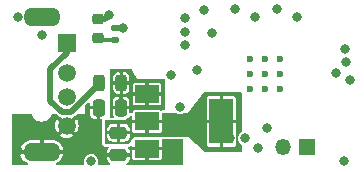
<source format=gbr>
%TF.GenerationSoftware,KiCad,Pcbnew,(6.0.7)*%
%TF.CreationDate,2022-08-28T18:35:31-07:00*%
%TF.ProjectId,RP2040_Injector,52503230-3430-45f4-996e-6a6563746f72,rev?*%
%TF.SameCoordinates,Original*%
%TF.FileFunction,Copper,L4,Bot*%
%TF.FilePolarity,Positive*%
%FSLAX46Y46*%
G04 Gerber Fmt 4.6, Leading zero omitted, Abs format (unit mm)*
G04 Created by KiCad (PCBNEW (6.0.7)) date 2022-08-28 18:35:31*
%MOMM*%
%LPD*%
G01*
G04 APERTURE LIST*
G04 Aperture macros list*
%AMRoundRect*
0 Rectangle with rounded corners*
0 $1 Rounding radius*
0 $2 $3 $4 $5 $6 $7 $8 $9 X,Y pos of 4 corners*
0 Add a 4 corners polygon primitive as box body*
4,1,4,$2,$3,$4,$5,$6,$7,$8,$9,$2,$3,0*
0 Add four circle primitives for the rounded corners*
1,1,$1+$1,$2,$3*
1,1,$1+$1,$4,$5*
1,1,$1+$1,$6,$7*
1,1,$1+$1,$8,$9*
0 Add four rect primitives between the rounded corners*
20,1,$1+$1,$2,$3,$4,$5,0*
20,1,$1+$1,$4,$5,$6,$7,0*
20,1,$1+$1,$6,$7,$8,$9,0*
20,1,$1+$1,$8,$9,$2,$3,0*%
G04 Aperture macros list end*
%TA.AperFunction,ComponentPad*%
%ADD10C,0.600000*%
%TD*%
%TA.AperFunction,ComponentPad*%
%ADD11R,1.350000X1.350000*%
%TD*%
%TA.AperFunction,ComponentPad*%
%ADD12O,1.350000X1.350000*%
%TD*%
%TA.AperFunction,SMDPad,CuDef*%
%ADD13RoundRect,0.250000X-0.475000X0.250000X-0.475000X-0.250000X0.475000X-0.250000X0.475000X0.250000X0*%
%TD*%
%TA.AperFunction,SMDPad,CuDef*%
%ADD14RoundRect,0.243750X-0.243750X-0.456250X0.243750X-0.456250X0.243750X0.456250X-0.243750X0.456250X0*%
%TD*%
%TA.AperFunction,SMDPad,CuDef*%
%ADD15RoundRect,0.250000X0.250000X0.475000X-0.250000X0.475000X-0.250000X-0.475000X0.250000X-0.475000X0*%
%TD*%
%TA.AperFunction,ComponentPad*%
%ADD16R,1.508000X1.508000*%
%TD*%
%TA.AperFunction,ComponentPad*%
%ADD17C,1.508000*%
%TD*%
%TA.AperFunction,ComponentPad*%
%ADD18O,3.150000X1.575000*%
%TD*%
%TA.AperFunction,SMDPad,CuDef*%
%ADD19R,2.000000X1.500000*%
%TD*%
%TA.AperFunction,SMDPad,CuDef*%
%ADD20R,2.000000X3.800000*%
%TD*%
%TA.AperFunction,SMDPad,CuDef*%
%ADD21RoundRect,0.135000X0.185000X-0.135000X0.185000X0.135000X-0.185000X0.135000X-0.185000X-0.135000X0*%
%TD*%
%TA.AperFunction,SMDPad,CuDef*%
%ADD22RoundRect,0.218750X0.256250X-0.218750X0.256250X0.218750X-0.256250X0.218750X-0.256250X-0.218750X0*%
%TD*%
%TA.AperFunction,ViaPad*%
%ADD23C,0.800000*%
%TD*%
%TA.AperFunction,Conductor*%
%ADD24C,0.500000*%
%TD*%
%TA.AperFunction,Conductor*%
%ADD25C,0.300000*%
%TD*%
G04 APERTURE END LIST*
D10*
%TO.P,,57*%
%TO.N,GND*%
X116400000Y-91550000D03*
%TD*%
D11*
%TO.P,J2,1,Pin_1*%
%TO.N,GND*%
X118650000Y-99070000D03*
D12*
%TO.P,J2,2,Pin_2*%
%TO.N,/~{USB_BOOT}*%
X116650000Y-99070000D03*
%TD*%
D10*
%TO.P,,57*%
%TO.N,GND*%
X115125000Y-91550000D03*
%TD*%
%TO.P,,57*%
%TO.N,GND*%
X115125000Y-92825000D03*
%TD*%
%TO.P,,57*%
%TO.N,GND*%
X113850000Y-94100000D03*
%TD*%
%TO.P,,57*%
%TO.N,GND*%
X116400000Y-92825000D03*
%TD*%
%TO.P,,57*%
%TO.N,GND*%
X116400000Y-94100000D03*
%TD*%
%TO.P,,57*%
%TO.N,GND*%
X113850000Y-92825000D03*
%TD*%
%TO.P,,57*%
%TO.N,GND*%
X113850000Y-91550000D03*
%TD*%
%TO.P,,57*%
%TO.N,GND*%
X115125000Y-94100000D03*
%TD*%
D13*
%TO.P,C13,1*%
%TO.N,+3V3*%
X102720000Y-97820000D03*
%TO.P,C13,2*%
%TO.N,GND*%
X102720000Y-99720000D03*
%TD*%
D14*
%TO.P,F1,1*%
%TO.N,VCC*%
X101092500Y-93610000D03*
%TO.P,F1,2*%
%TO.N,Net-(C12-Pad1)*%
X102967500Y-93610000D03*
%TD*%
D15*
%TO.P,C12,1*%
%TO.N,Net-(C12-Pad1)*%
X102950000Y-95700000D03*
%TO.P,C12,2*%
%TO.N,GND*%
X101050000Y-95700000D03*
%TD*%
D16*
%TO.P,J1,1,VCC*%
%TO.N,VCC*%
X98337500Y-90255750D03*
D17*
%TO.P,J1,2,D-*%
%TO.N,USB_D-*%
X98337500Y-92755750D03*
%TO.P,J1,3,D+*%
%TO.N,USB_D+*%
X98337500Y-94755750D03*
%TO.P,J1,4,GND*%
%TO.N,GND*%
X98337500Y-97255750D03*
D18*
%TO.P,J1,S1,SHIELD*%
X96237500Y-88055750D03*
%TO.P,J1,S2,SHIELD*%
X96237500Y-99455750D03*
%TD*%
D19*
%TO.P,U1,1,GND*%
%TO.N,GND*%
X105140000Y-99160000D03*
D20*
%TO.P,U1,2,VO*%
%TO.N,+3V3*%
X111440000Y-96860000D03*
D19*
X105140000Y-96860000D03*
%TO.P,U1,3,VI*%
%TO.N,Net-(C12-Pad1)*%
X105140000Y-94560000D03*
%TD*%
D21*
%TO.P,R1,1*%
%TO.N,Net-(D1-Pad1)*%
X102400000Y-90010000D03*
%TO.P,R1,2*%
%TO.N,GND*%
X102400000Y-88990000D03*
%TD*%
D22*
%TO.P,D1,1,K*%
%TO.N,Net-(D1-Pad1)*%
X101000000Y-89787500D03*
%TO.P,D1,2,A*%
%TO.N,+3V3*%
X101000000Y-88212500D03*
%TD*%
D23*
%TO.N,+3V3*%
X116150000Y-87350000D03*
X110680000Y-89410000D03*
X107150000Y-97650000D03*
X121170000Y-92726302D03*
X109980000Y-87390000D03*
X112560000Y-87310000D03*
X107150000Y-96650000D03*
X100410000Y-100240000D03*
X112190000Y-98310000D03*
X109400000Y-92475000D03*
X101930000Y-87870000D03*
X115300000Y-97450000D03*
%TO.N,GND*%
X96260000Y-89530000D03*
X107700000Y-98800000D03*
X99300000Y-98500000D03*
X113460000Y-98290000D03*
X108330000Y-90379802D03*
X94200000Y-88000000D03*
X99300000Y-99400000D03*
X107950000Y-95648802D03*
X103150000Y-88990000D03*
X106800000Y-98800000D03*
X114280000Y-88060000D03*
X108320000Y-88140000D03*
X114550000Y-99110000D03*
X121880000Y-90710000D03*
X107201844Y-92906113D03*
X108330000Y-89320000D03*
X106800000Y-99800000D03*
X121800000Y-100200000D03*
X122008186Y-91820000D03*
X107700000Y-99800000D03*
X122370000Y-93370000D03*
X96300000Y-97900000D03*
X94200000Y-99400000D03*
X117830000Y-88050000D03*
%TD*%
D24*
%TO.N,+3V3*%
X101587500Y-88212500D02*
X101930000Y-87870000D01*
X101000000Y-88212500D02*
X101587500Y-88212500D01*
%TO.N,GND*%
X102400000Y-88990000D02*
X103150000Y-88990000D01*
D25*
%TO.N,Net-(D1-Pad1)*%
X102400000Y-90010000D02*
X101222500Y-90010000D01*
X101222500Y-90010000D02*
X101000000Y-89787500D01*
D24*
%TO.N,VCC*%
X98337500Y-91053036D02*
X96965268Y-92425268D01*
X98748250Y-96051750D02*
X101092500Y-93707500D01*
X96965268Y-92425268D02*
X96965268Y-95095268D01*
X98337500Y-90255750D02*
X98337500Y-91053036D01*
X101092500Y-93707500D02*
X101092500Y-93610000D01*
X96965268Y-95095268D02*
X97921750Y-96051750D01*
X97921750Y-96051750D02*
X98748250Y-96051750D01*
%TD*%
%TA.AperFunction,Conductor*%
%TO.N,Net-(C12-Pad1)*%
G36*
X103880993Y-92442907D02*
G01*
X103912603Y-92481326D01*
X104267000Y-93245000D01*
X106554000Y-93245000D01*
X106612191Y-93263907D01*
X106648155Y-93313407D01*
X106653000Y-93344000D01*
X106653000Y-95834500D01*
X106634093Y-95892691D01*
X106584593Y-95928655D01*
X106554000Y-95933500D01*
X106464000Y-95933500D01*
X106454124Y-95933931D01*
X106447162Y-95934235D01*
X106447148Y-95934236D01*
X106446093Y-95934282D01*
X106433243Y-95935406D01*
X106348398Y-95962157D01*
X106347678Y-95959872D01*
X106296377Y-95965052D01*
X106262353Y-95950615D01*
X106242025Y-95937032D01*
X106218231Y-95921133D01*
X106208668Y-95919231D01*
X106208666Y-95919230D01*
X106185995Y-95914721D01*
X106159748Y-95909500D01*
X104120252Y-95909500D01*
X104094005Y-95914721D01*
X104071334Y-95919230D01*
X104071332Y-95919231D01*
X104061769Y-95921133D01*
X103995448Y-95965448D01*
X103951133Y-96031769D01*
X103939500Y-96090252D01*
X103939500Y-96095110D01*
X103939039Y-96099790D01*
X103914519Y-96155847D01*
X103861732Y-96186785D01*
X103845734Y-96188947D01*
X103770645Y-96192910D01*
X103770644Y-96192910D01*
X103765096Y-96193203D01*
X103763758Y-96193584D01*
X103704744Y-96184709D01*
X103661144Y-96141783D01*
X103650000Y-96096151D01*
X103650000Y-95865680D01*
X103645878Y-95852995D01*
X103641757Y-95850000D01*
X102265681Y-95850000D01*
X102252996Y-95854122D01*
X102250001Y-95858243D01*
X102250001Y-96226443D01*
X102250220Y-96231086D01*
X102252411Y-96254269D01*
X102254976Y-96265965D01*
X102295362Y-96380966D01*
X102302209Y-96393899D01*
X102320514Y-96418682D01*
X102339878Y-96476723D01*
X102321428Y-96535060D01*
X102272212Y-96571412D01*
X102240881Y-96576500D01*
X102107000Y-96576500D01*
X102048809Y-96557593D01*
X102012845Y-96508093D01*
X102008000Y-96477500D01*
X102008000Y-95534320D01*
X102250000Y-95534320D01*
X102254122Y-95547005D01*
X102258243Y-95550000D01*
X102784320Y-95550000D01*
X102797005Y-95545878D01*
X102800000Y-95541757D01*
X102800000Y-95534320D01*
X103100000Y-95534320D01*
X103104122Y-95547005D01*
X103108243Y-95550000D01*
X103634319Y-95550000D01*
X103647004Y-95545878D01*
X103649999Y-95541757D01*
X103649999Y-95324840D01*
X103940000Y-95324840D01*
X103940948Y-95334462D01*
X103949702Y-95378474D01*
X103957021Y-95396142D01*
X103990389Y-95446082D01*
X104003918Y-95459611D01*
X104053858Y-95492979D01*
X104071526Y-95500298D01*
X104115538Y-95509052D01*
X104125160Y-95510000D01*
X104974320Y-95510000D01*
X104987005Y-95505878D01*
X104990000Y-95501757D01*
X104990000Y-95494320D01*
X105290000Y-95494320D01*
X105294122Y-95507005D01*
X105298243Y-95510000D01*
X106154840Y-95510000D01*
X106164462Y-95509052D01*
X106208474Y-95500298D01*
X106226142Y-95492979D01*
X106276082Y-95459611D01*
X106289611Y-95446082D01*
X106322979Y-95396142D01*
X106330298Y-95378474D01*
X106339052Y-95334462D01*
X106340000Y-95324840D01*
X106340000Y-94725680D01*
X106335878Y-94712995D01*
X106331757Y-94710000D01*
X105305680Y-94710000D01*
X105292995Y-94714122D01*
X105290000Y-94718243D01*
X105290000Y-95494320D01*
X104990000Y-95494320D01*
X104990000Y-94725680D01*
X104985878Y-94712995D01*
X104981757Y-94710000D01*
X103955680Y-94710000D01*
X103942995Y-94714122D01*
X103940000Y-94718243D01*
X103940000Y-95324840D01*
X103649999Y-95324840D01*
X103649999Y-95173557D01*
X103649780Y-95168914D01*
X103647589Y-95145731D01*
X103645024Y-95134035D01*
X103604638Y-95019034D01*
X103597791Y-95006101D01*
X103526192Y-94909165D01*
X103515835Y-94898808D01*
X103418899Y-94827209D01*
X103405966Y-94820362D01*
X103290969Y-94779978D01*
X103279266Y-94777410D01*
X103256082Y-94775218D01*
X103251446Y-94775000D01*
X103115680Y-94775000D01*
X103102995Y-94779122D01*
X103100000Y-94783243D01*
X103100000Y-95534320D01*
X102800000Y-95534320D01*
X102800000Y-94790681D01*
X102795878Y-94777996D01*
X102791757Y-94775001D01*
X102648557Y-94775001D01*
X102643914Y-94775220D01*
X102620731Y-94777411D01*
X102609035Y-94779976D01*
X102494034Y-94820362D01*
X102481101Y-94827209D01*
X102384165Y-94898808D01*
X102373808Y-94909165D01*
X102302209Y-95006101D01*
X102295362Y-95019034D01*
X102254978Y-95134031D01*
X102252410Y-95145734D01*
X102250218Y-95168918D01*
X102250000Y-95173554D01*
X102250000Y-95534320D01*
X102008000Y-95534320D01*
X102008000Y-94116945D01*
X102280000Y-94116945D01*
X102280218Y-94121581D01*
X102282369Y-94144335D01*
X102284936Y-94156031D01*
X102324699Y-94269261D01*
X102331545Y-94282189D01*
X102402028Y-94377617D01*
X102412383Y-94387972D01*
X102507811Y-94458455D01*
X102520739Y-94465301D01*
X102633969Y-94505064D01*
X102645665Y-94507631D01*
X102668419Y-94509782D01*
X102673055Y-94510000D01*
X102801820Y-94510000D01*
X102814505Y-94505878D01*
X102817500Y-94501757D01*
X102817500Y-94494320D01*
X103117500Y-94494320D01*
X103121622Y-94507005D01*
X103125743Y-94510000D01*
X103261945Y-94510000D01*
X103266581Y-94509782D01*
X103289335Y-94507631D01*
X103301031Y-94505064D01*
X103414261Y-94465301D01*
X103427189Y-94458455D01*
X103514022Y-94394320D01*
X103940000Y-94394320D01*
X103944122Y-94407005D01*
X103948243Y-94410000D01*
X104974320Y-94410000D01*
X104987005Y-94405878D01*
X104990000Y-94401757D01*
X104990000Y-94394320D01*
X105290000Y-94394320D01*
X105294122Y-94407005D01*
X105298243Y-94410000D01*
X106324320Y-94410000D01*
X106337005Y-94405878D01*
X106340000Y-94401757D01*
X106340000Y-93795160D01*
X106339052Y-93785538D01*
X106330298Y-93741526D01*
X106322979Y-93723858D01*
X106289611Y-93673918D01*
X106276082Y-93660389D01*
X106226142Y-93627021D01*
X106208474Y-93619702D01*
X106164462Y-93610948D01*
X106154840Y-93610000D01*
X105305680Y-93610000D01*
X105292995Y-93614122D01*
X105290000Y-93618243D01*
X105290000Y-94394320D01*
X104990000Y-94394320D01*
X104990000Y-93625680D01*
X104985878Y-93612995D01*
X104981757Y-93610000D01*
X104125160Y-93610000D01*
X104115538Y-93610948D01*
X104071526Y-93619702D01*
X104053858Y-93627021D01*
X104003918Y-93660389D01*
X103990389Y-93673918D01*
X103957021Y-93723858D01*
X103949702Y-93741526D01*
X103940948Y-93785538D01*
X103940000Y-93795160D01*
X103940000Y-94394320D01*
X103514022Y-94394320D01*
X103522617Y-94387972D01*
X103532972Y-94377617D01*
X103603455Y-94282189D01*
X103610301Y-94269261D01*
X103650064Y-94156031D01*
X103652631Y-94144335D01*
X103654782Y-94121581D01*
X103655000Y-94116945D01*
X103655000Y-93775680D01*
X103650878Y-93762995D01*
X103646757Y-93760000D01*
X103133180Y-93760000D01*
X103120495Y-93764122D01*
X103117500Y-93768243D01*
X103117500Y-94494320D01*
X102817500Y-94494320D01*
X102817500Y-93775680D01*
X102813378Y-93762995D01*
X102809257Y-93760000D01*
X102295680Y-93760000D01*
X102282995Y-93764122D01*
X102280000Y-93768243D01*
X102280000Y-94116945D01*
X102008000Y-94116945D01*
X102008000Y-93444320D01*
X102280000Y-93444320D01*
X102284122Y-93457005D01*
X102288243Y-93460000D01*
X102801820Y-93460000D01*
X102814505Y-93455878D01*
X102817500Y-93451757D01*
X102817500Y-93444320D01*
X103117500Y-93444320D01*
X103121622Y-93457005D01*
X103125743Y-93460000D01*
X103639320Y-93460000D01*
X103652005Y-93455878D01*
X103655000Y-93451757D01*
X103655000Y-93103055D01*
X103654782Y-93098419D01*
X103652631Y-93075665D01*
X103650064Y-93063969D01*
X103610301Y-92950739D01*
X103603455Y-92937811D01*
X103532972Y-92842383D01*
X103522617Y-92832028D01*
X103427189Y-92761545D01*
X103414261Y-92754699D01*
X103301031Y-92714936D01*
X103289335Y-92712369D01*
X103266581Y-92710218D01*
X103261945Y-92710000D01*
X103133180Y-92710000D01*
X103120495Y-92714122D01*
X103117500Y-92718243D01*
X103117500Y-93444320D01*
X102817500Y-93444320D01*
X102817500Y-92725680D01*
X102813378Y-92712995D01*
X102809257Y-92710000D01*
X102673055Y-92710000D01*
X102668419Y-92710218D01*
X102645665Y-92712369D01*
X102633969Y-92714936D01*
X102520739Y-92754699D01*
X102507811Y-92761545D01*
X102412383Y-92832028D01*
X102402028Y-92842383D01*
X102331545Y-92937811D01*
X102324699Y-92950739D01*
X102284936Y-93063969D01*
X102282369Y-93075665D01*
X102280218Y-93098419D01*
X102280000Y-93103055D01*
X102280000Y-93444320D01*
X102008000Y-93444320D01*
X102008000Y-92523000D01*
X102026907Y-92464809D01*
X102076407Y-92428845D01*
X102107000Y-92424000D01*
X103822802Y-92424000D01*
X103880993Y-92442907D01*
G37*
%TD.AperFunction*%
%TD*%
%TA.AperFunction,Conductor*%
%TO.N,GND*%
G36*
X100268445Y-95255138D02*
G01*
X100297479Y-95296602D01*
X100300000Y-95315755D01*
X100300000Y-95536952D01*
X100303638Y-95546948D01*
X100308925Y-95550000D01*
X101126000Y-95550000D01*
X101173566Y-95567313D01*
X101198876Y-95611150D01*
X101200000Y-95624000D01*
X101200000Y-96661952D01*
X101203638Y-96671948D01*
X101208925Y-96675000D01*
X101295507Y-96675000D01*
X101343073Y-96692313D01*
X101368383Y-96736150D01*
X101365045Y-96774308D01*
X101360894Y-96785713D01*
X101360334Y-96788887D01*
X101360333Y-96788892D01*
X101357233Y-96806474D01*
X101348500Y-96856000D01*
X101348500Y-98732000D01*
X101349282Y-98749907D01*
X101350406Y-98762757D01*
X101351620Y-98766608D01*
X101351621Y-98766612D01*
X101371146Y-98828536D01*
X101377157Y-98847602D01*
X101402467Y-98891439D01*
X101433322Y-98932174D01*
X101438757Y-98935684D01*
X101506656Y-98979539D01*
X101506661Y-98979541D01*
X101510147Y-98981793D01*
X101514051Y-98983214D01*
X101514053Y-98983215D01*
X101533545Y-98990310D01*
X101557713Y-98999106D01*
X101560887Y-98999666D01*
X101560892Y-98999667D01*
X101600000Y-99006563D01*
X101600000Y-100549500D01*
X101042527Y-100549500D01*
X100994961Y-100532187D01*
X100969651Y-100488350D01*
X100974160Y-100447182D01*
X100993188Y-100401243D01*
X100993188Y-100401242D01*
X100995044Y-100396762D01*
X101015682Y-100240000D01*
X100995044Y-100083238D01*
X100934536Y-99937159D01*
X100931586Y-99933315D01*
X100931584Y-99933311D01*
X100841237Y-99815569D01*
X100838282Y-99811718D01*
X100834431Y-99808763D01*
X100716689Y-99718416D01*
X100716685Y-99718414D01*
X100712841Y-99715464D01*
X100566762Y-99654956D01*
X100561960Y-99654324D01*
X100561957Y-99654323D01*
X100414808Y-99634951D01*
X100410000Y-99634318D01*
X100405192Y-99634951D01*
X100258043Y-99654323D01*
X100258040Y-99654324D01*
X100253238Y-99654956D01*
X100107159Y-99715464D01*
X100103315Y-99718414D01*
X100103311Y-99718416D01*
X99985569Y-99808763D01*
X99981718Y-99811718D01*
X99978763Y-99815569D01*
X99888416Y-99933311D01*
X99888414Y-99933315D01*
X99885464Y-99937159D01*
X99824956Y-100083238D01*
X99804318Y-100240000D01*
X99824956Y-100396762D01*
X99826812Y-100401242D01*
X99826812Y-100401243D01*
X99845840Y-100447182D01*
X99848048Y-100497753D01*
X99817233Y-100537911D01*
X99777473Y-100549500D01*
X97474779Y-100549500D01*
X97427213Y-100532187D01*
X97401903Y-100488350D01*
X97410693Y-100438500D01*
X97440038Y-100410162D01*
X97598727Y-100325786D01*
X97604726Y-100321800D01*
X97756791Y-100197779D01*
X97761902Y-100192703D01*
X97886976Y-100041515D01*
X97891013Y-100035530D01*
X97984340Y-99862926D01*
X97987131Y-99856288D01*
X98045156Y-99668837D01*
X98046605Y-99661777D01*
X98051130Y-99618727D01*
X98048557Y-99608407D01*
X98044900Y-99605750D01*
X94434867Y-99605750D01*
X94424871Y-99609388D01*
X94422521Y-99613460D01*
X94425618Y-99647494D01*
X94426968Y-99654571D01*
X94482370Y-99842814D01*
X94485068Y-99849490D01*
X94575979Y-100023389D01*
X94579923Y-100029415D01*
X94702881Y-100182343D01*
X94707922Y-100187490D01*
X94858237Y-100313619D01*
X94864181Y-100317690D01*
X95033280Y-100410653D01*
X95066622Y-100448740D01*
X95067682Y-100499348D01*
X95035964Y-100538797D01*
X94997630Y-100549500D01*
X93754500Y-100549500D01*
X93706934Y-100532187D01*
X93681624Y-100488350D01*
X93680500Y-100475500D01*
X93680500Y-99292773D01*
X94423870Y-99292773D01*
X94426443Y-99303093D01*
X94430100Y-99305750D01*
X96074452Y-99305750D01*
X96084448Y-99302112D01*
X96087500Y-99296825D01*
X96087500Y-99292702D01*
X96387500Y-99292702D01*
X96391138Y-99302698D01*
X96396425Y-99305750D01*
X98040133Y-99305750D01*
X98050129Y-99302112D01*
X98052479Y-99298040D01*
X98049382Y-99264006D01*
X98048032Y-99256929D01*
X97992630Y-99068686D01*
X97989932Y-99062010D01*
X97899021Y-98888111D01*
X97895077Y-98882085D01*
X97772119Y-98729157D01*
X97767078Y-98724010D01*
X97616763Y-98597881D01*
X97610819Y-98593810D01*
X97438860Y-98499275D01*
X97432243Y-98496439D01*
X97245199Y-98437105D01*
X97238160Y-98435609D01*
X97085458Y-98418481D01*
X97081330Y-98418250D01*
X96400548Y-98418250D01*
X96390552Y-98421888D01*
X96387500Y-98427175D01*
X96387500Y-99292702D01*
X96087500Y-99292702D01*
X96087500Y-98431298D01*
X96083862Y-98421302D01*
X96078575Y-98418250D01*
X95400616Y-98418250D01*
X95397001Y-98418427D01*
X95251110Y-98432732D01*
X95244042Y-98434131D01*
X95056190Y-98490847D01*
X95049532Y-98493591D01*
X94876273Y-98585714D01*
X94870274Y-98589700D01*
X94718209Y-98713721D01*
X94713098Y-98718797D01*
X94588024Y-98869985D01*
X94583987Y-98875970D01*
X94490660Y-99048574D01*
X94487869Y-99055212D01*
X94429844Y-99242663D01*
X94428395Y-99249723D01*
X94423870Y-99292773D01*
X93680500Y-99292773D01*
X93680500Y-98065955D01*
X97744571Y-98065955D01*
X97745826Y-98070636D01*
X97758975Y-98081827D01*
X97764888Y-98085937D01*
X97930446Y-98178465D01*
X97937047Y-98181349D01*
X98117417Y-98239954D01*
X98124462Y-98241503D01*
X98312772Y-98263958D01*
X98319984Y-98264109D01*
X98509075Y-98249559D01*
X98516174Y-98248307D01*
X98698847Y-98197304D01*
X98705555Y-98194702D01*
X98874839Y-98109191D01*
X98880927Y-98105328D01*
X98923425Y-98072124D01*
X98929062Y-98063102D01*
X98928464Y-98058846D01*
X98346726Y-97477108D01*
X98337087Y-97472613D01*
X98331188Y-97474194D01*
X97749066Y-98056316D01*
X97744571Y-98065955D01*
X93680500Y-98065955D01*
X93680500Y-97245275D01*
X97329043Y-97245275D01*
X97344913Y-97434260D01*
X97346214Y-97441347D01*
X97398490Y-97623656D01*
X97401141Y-97630352D01*
X97487833Y-97799037D01*
X97491738Y-97805095D01*
X97520900Y-97841889D01*
X97529959Y-97847462D01*
X97534297Y-97846821D01*
X98116142Y-97264976D01*
X98120252Y-97256163D01*
X98554363Y-97256163D01*
X98555944Y-97262062D01*
X99138428Y-97844546D01*
X99148067Y-97849041D01*
X99152843Y-97847761D01*
X99159515Y-97840032D01*
X99163674Y-97834134D01*
X99257350Y-97669237D01*
X99260280Y-97662658D01*
X99320144Y-97482698D01*
X99321741Y-97475664D01*
X99345706Y-97285968D01*
X99345994Y-97281859D01*
X99346329Y-97257812D01*
X99346157Y-97253697D01*
X99327497Y-97063398D01*
X99326098Y-97056330D01*
X99271281Y-96874767D01*
X99268537Y-96868109D01*
X99179498Y-96700652D01*
X99175512Y-96694653D01*
X99154658Y-96669083D01*
X99145521Y-96663636D01*
X99141016Y-96664366D01*
X98558858Y-97246524D01*
X98554363Y-97256163D01*
X98120252Y-97256163D01*
X98120637Y-97255337D01*
X98119056Y-97249438D01*
X97537262Y-96667644D01*
X97527623Y-96663149D01*
X97523034Y-96664379D01*
X97507403Y-96683008D01*
X97503335Y-96688949D01*
X97411965Y-96855151D01*
X97409129Y-96861768D01*
X97351781Y-97042550D01*
X97350285Y-97049589D01*
X97329144Y-97238066D01*
X97329043Y-97245275D01*
X93680500Y-97245275D01*
X93680500Y-96274000D01*
X93697813Y-96226434D01*
X93741650Y-96201124D01*
X93754500Y-96200000D01*
X95326516Y-96200000D01*
X95374082Y-96217313D01*
X95397859Y-96254349D01*
X95418681Y-96329943D01*
X95420550Y-96333488D01*
X95502611Y-96489130D01*
X95507398Y-96498210D01*
X95509986Y-96501272D01*
X95509987Y-96501274D01*
X95575907Y-96579280D01*
X95630178Y-96643501D01*
X95781293Y-96759037D01*
X95784921Y-96760729D01*
X95784923Y-96760730D01*
X95867493Y-96799232D01*
X95953693Y-96839428D01*
X95957600Y-96840301D01*
X95957602Y-96840302D01*
X96066260Y-96864590D01*
X96139334Y-96880924D01*
X96142362Y-96881093D01*
X96142367Y-96881094D01*
X96144156Y-96881194D01*
X96144171Y-96881194D01*
X96145165Y-96881250D01*
X96285017Y-96881250D01*
X96287013Y-96881033D01*
X96287016Y-96881033D01*
X96422624Y-96866301D01*
X96422625Y-96866301D01*
X96426609Y-96865868D01*
X96606896Y-96805195D01*
X96769947Y-96707224D01*
X96772854Y-96704475D01*
X96772858Y-96704472D01*
X96877880Y-96605157D01*
X96908158Y-96576525D01*
X97015078Y-96419196D01*
X97084145Y-96246518D01*
X97117883Y-96208784D01*
X97152852Y-96200000D01*
X97402245Y-96200000D01*
X97449811Y-96217313D01*
X97454571Y-96221674D01*
X97581173Y-96348276D01*
X97586960Y-96354789D01*
X97609878Y-96383860D01*
X97658829Y-96417692D01*
X97660672Y-96419009D01*
X97708567Y-96454385D01*
X97713633Y-96456164D01*
X97713933Y-96456346D01*
X97714167Y-96456461D01*
X97716259Y-96457527D01*
X97716554Y-96457683D01*
X97716905Y-96457830D01*
X97721319Y-96460881D01*
X97726593Y-96462549D01*
X97726597Y-96462551D01*
X97753000Y-96470901D01*
X97783012Y-96489130D01*
X98328274Y-97034392D01*
X98337913Y-97038887D01*
X98343812Y-97037306D01*
X98892989Y-96488129D01*
X98911203Y-96474786D01*
X98943529Y-96457994D01*
X98948592Y-96455364D01*
X98950663Y-96454329D01*
X98957384Y-96451102D01*
X98968667Y-96445684D01*
X98999342Y-96430954D01*
X98999343Y-96430953D01*
X99004329Y-96428559D01*
X99008273Y-96424913D01*
X99009181Y-96424371D01*
X99012292Y-96422275D01*
X99016038Y-96420329D01*
X99021078Y-96416025D01*
X99059048Y-96378055D01*
X99061143Y-96376041D01*
X99099746Y-96340357D01*
X99103806Y-96336604D01*
X99106584Y-96331822D01*
X99109281Y-96328455D01*
X99114707Y-96322396D01*
X99215429Y-96221674D01*
X99218328Y-96220322D01*
X100300000Y-96220322D01*
X100300217Y-96224331D01*
X100306141Y-96278858D01*
X100308271Y-96287818D01*
X100355066Y-96412644D01*
X100360080Y-96421802D01*
X100439646Y-96527966D01*
X100447034Y-96535354D01*
X100553198Y-96614920D01*
X100562356Y-96619934D01*
X100687182Y-96666729D01*
X100696142Y-96668859D01*
X100750669Y-96674783D01*
X100754678Y-96675000D01*
X100886952Y-96675000D01*
X100896948Y-96671362D01*
X100900000Y-96666075D01*
X100900000Y-95863048D01*
X100896362Y-95853052D01*
X100891075Y-95850000D01*
X100313048Y-95850000D01*
X100303052Y-95853638D01*
X100300000Y-95858925D01*
X100300000Y-96220322D01*
X99218328Y-96220322D01*
X99261305Y-96200282D01*
X99267755Y-96200000D01*
X99900000Y-96200000D01*
X99900000Y-95567755D01*
X99917313Y-95520189D01*
X99921674Y-95515429D01*
X100173674Y-95263429D01*
X100219550Y-95242037D01*
X100268445Y-95255138D01*
G37*
%TD.AperFunction*%
%TD*%
%TA.AperFunction,Conductor*%
%TO.N,GND*%
G36*
X108173566Y-98393813D02*
G01*
X108198876Y-98437650D01*
X108200000Y-98450500D01*
X108200000Y-100475500D01*
X108182687Y-100523066D01*
X108138850Y-100548376D01*
X108126000Y-100549500D01*
X103476112Y-100549500D01*
X103428546Y-100532187D01*
X103403236Y-100488350D01*
X103412026Y-100438500D01*
X103437769Y-100413334D01*
X103437581Y-100413083D01*
X103439488Y-100411654D01*
X103440573Y-100410593D01*
X103441799Y-100409922D01*
X103547966Y-100330354D01*
X103555354Y-100322966D01*
X103634920Y-100216802D01*
X103639934Y-100207644D01*
X103686729Y-100082818D01*
X103688859Y-100073858D01*
X103694783Y-100019331D01*
X103695000Y-100015322D01*
X103695000Y-99930984D01*
X103890000Y-99930984D01*
X103890710Y-99938194D01*
X103903083Y-100000398D01*
X103908553Y-100013603D01*
X103955711Y-100084180D01*
X103965820Y-100094289D01*
X104036397Y-100141447D01*
X104049602Y-100146917D01*
X104111806Y-100159290D01*
X104119016Y-100160000D01*
X104976952Y-100160000D01*
X104986948Y-100156362D01*
X104990000Y-100151075D01*
X104990000Y-100146952D01*
X105290000Y-100146952D01*
X105293638Y-100156948D01*
X105298925Y-100160000D01*
X106160984Y-100160000D01*
X106168194Y-100159290D01*
X106230398Y-100146917D01*
X106243603Y-100141447D01*
X106314180Y-100094289D01*
X106324289Y-100084180D01*
X106371447Y-100013603D01*
X106376917Y-100000398D01*
X106389290Y-99938194D01*
X106390000Y-99930984D01*
X106390000Y-99323048D01*
X106386362Y-99313052D01*
X106381075Y-99310000D01*
X105303048Y-99310000D01*
X105293052Y-99313638D01*
X105290000Y-99318925D01*
X105290000Y-100146952D01*
X104990000Y-100146952D01*
X104990000Y-99323048D01*
X104986362Y-99313052D01*
X104981075Y-99310000D01*
X103903048Y-99310000D01*
X103893052Y-99313638D01*
X103890000Y-99318925D01*
X103890000Y-99930984D01*
X103695000Y-99930984D01*
X103695000Y-99883048D01*
X103691362Y-99873052D01*
X103686075Y-99870000D01*
X101758048Y-99870000D01*
X101748052Y-99873638D01*
X101745000Y-99878925D01*
X101745000Y-100015322D01*
X101745217Y-100019331D01*
X101751141Y-100073858D01*
X101753271Y-100082818D01*
X101800066Y-100207644D01*
X101805080Y-100216802D01*
X101884646Y-100322966D01*
X101892034Y-100330354D01*
X101998201Y-100409922D01*
X101999427Y-100410593D01*
X102000064Y-100411318D01*
X102002419Y-100413083D01*
X102002049Y-100413577D01*
X102032834Y-100448622D01*
X102033981Y-100499228D01*
X102002330Y-100538732D01*
X101963888Y-100549500D01*
X101600000Y-100549500D01*
X101600000Y-99006562D01*
X101628000Y-99011500D01*
X101815804Y-99011500D01*
X101863370Y-99028813D01*
X101888680Y-99072650D01*
X101879890Y-99122500D01*
X101875019Y-99129879D01*
X101805080Y-99223198D01*
X101800066Y-99232356D01*
X101753271Y-99357182D01*
X101751141Y-99366142D01*
X101745217Y-99420669D01*
X101745000Y-99424678D01*
X101745000Y-99556952D01*
X101748638Y-99566948D01*
X101753925Y-99570000D01*
X103681952Y-99570000D01*
X103691948Y-99566362D01*
X103695000Y-99561075D01*
X103695000Y-99424678D01*
X103694783Y-99420669D01*
X103688859Y-99366142D01*
X103686729Y-99357182D01*
X103639934Y-99232356D01*
X103634920Y-99223198D01*
X103563159Y-99127448D01*
X103548486Y-99079003D01*
X103568386Y-99032460D01*
X103616240Y-99009324D01*
X103624085Y-99008671D01*
X103638596Y-99006238D01*
X103647602Y-99004728D01*
X103647614Y-99004726D01*
X103648221Y-99004624D01*
X103648835Y-99004500D01*
X103656909Y-99002869D01*
X103656912Y-99002868D01*
X103661589Y-99001923D01*
X103743664Y-98961575D01*
X103746897Y-98958954D01*
X103769394Y-98940713D01*
X103817244Y-98924202D01*
X103864513Y-98942312D01*
X103889082Y-98986569D01*
X103889875Y-98996608D01*
X103893638Y-99006948D01*
X103898925Y-99010000D01*
X106376952Y-99010000D01*
X106386948Y-99006362D01*
X106390000Y-99001075D01*
X106390000Y-98450500D01*
X106407313Y-98402934D01*
X106451150Y-98377624D01*
X106464000Y-98376500D01*
X108126000Y-98376500D01*
X108173566Y-98393813D01*
G37*
%TD.AperFunction*%
%TD*%
%TA.AperFunction,Conductor*%
%TO.N,+3V3*%
G36*
X113130566Y-94378313D02*
G01*
X113155876Y-94422150D01*
X113157000Y-94435000D01*
X113157000Y-97729094D01*
X113139687Y-97776660D01*
X113128050Y-97787800D01*
X113031718Y-97861718D01*
X113028763Y-97865569D01*
X112938416Y-97983311D01*
X112938414Y-97983315D01*
X112935464Y-97987159D01*
X112874956Y-98133238D01*
X112874324Y-98138040D01*
X112874323Y-98138043D01*
X112863384Y-98221133D01*
X112854318Y-98290000D01*
X112854951Y-98294808D01*
X112872796Y-98430354D01*
X112874956Y-98446762D01*
X112935464Y-98592841D01*
X112938414Y-98596685D01*
X112938416Y-98596689D01*
X113028763Y-98714431D01*
X113031718Y-98718282D01*
X113128049Y-98792199D01*
X113155246Y-98834889D01*
X113157000Y-98850906D01*
X113157000Y-99367000D01*
X113139687Y-99414566D01*
X113095850Y-99439876D01*
X113083000Y-99441000D01*
X110135792Y-99441000D01*
X110088418Y-99423848D01*
X109316981Y-98780984D01*
X110190000Y-98780984D01*
X110190710Y-98788194D01*
X110203083Y-98850398D01*
X110208553Y-98863603D01*
X110255711Y-98934180D01*
X110265820Y-98944289D01*
X110336397Y-98991447D01*
X110349602Y-98996917D01*
X110411806Y-99009290D01*
X110419016Y-99010000D01*
X111276952Y-99010000D01*
X111286948Y-99006362D01*
X111290000Y-99001075D01*
X111290000Y-98996952D01*
X111590000Y-98996952D01*
X111593638Y-99006948D01*
X111598925Y-99010000D01*
X112460984Y-99010000D01*
X112468194Y-99009290D01*
X112530398Y-98996917D01*
X112543603Y-98991447D01*
X112614180Y-98944289D01*
X112624289Y-98934180D01*
X112671447Y-98863603D01*
X112676917Y-98850398D01*
X112689290Y-98788194D01*
X112690000Y-98780984D01*
X112690000Y-97023048D01*
X112686362Y-97013052D01*
X112681075Y-97010000D01*
X111603048Y-97010000D01*
X111593052Y-97013638D01*
X111590000Y-97018925D01*
X111590000Y-98996952D01*
X111290000Y-98996952D01*
X111290000Y-97023048D01*
X111286362Y-97013052D01*
X111281075Y-97010000D01*
X110203048Y-97010000D01*
X110193052Y-97013638D01*
X110190000Y-97018925D01*
X110190000Y-98780984D01*
X109316981Y-98780984D01*
X108594975Y-98179312D01*
X108594974Y-98179312D01*
X108585000Y-98171000D01*
X104013000Y-98171000D01*
X104009355Y-98177076D01*
X104009354Y-98177076D01*
X103653556Y-98770073D01*
X103614238Y-98801953D01*
X103590102Y-98806000D01*
X101628000Y-98806000D01*
X101580434Y-98788687D01*
X101555124Y-98744850D01*
X101554000Y-98732000D01*
X101554000Y-98115322D01*
X101745000Y-98115322D01*
X101745217Y-98119331D01*
X101751141Y-98173858D01*
X101753271Y-98182818D01*
X101800066Y-98307644D01*
X101805080Y-98316802D01*
X101884646Y-98422966D01*
X101892034Y-98430354D01*
X101998198Y-98509920D01*
X102007356Y-98514934D01*
X102132182Y-98561729D01*
X102141142Y-98563859D01*
X102195669Y-98569783D01*
X102199678Y-98570000D01*
X102556952Y-98570000D01*
X102566948Y-98566362D01*
X102570000Y-98561075D01*
X102570000Y-98556952D01*
X102870000Y-98556952D01*
X102873638Y-98566948D01*
X102878925Y-98570000D01*
X103240322Y-98570000D01*
X103244331Y-98569783D01*
X103298858Y-98563859D01*
X103307818Y-98561729D01*
X103432644Y-98514934D01*
X103441802Y-98509920D01*
X103547966Y-98430354D01*
X103555354Y-98422966D01*
X103634920Y-98316802D01*
X103639934Y-98307644D01*
X103686729Y-98182818D01*
X103688859Y-98173858D01*
X103694783Y-98119331D01*
X103695000Y-98115322D01*
X103695000Y-97983048D01*
X103691362Y-97973052D01*
X103686075Y-97970000D01*
X102883048Y-97970000D01*
X102873052Y-97973638D01*
X102870000Y-97978925D01*
X102870000Y-98556952D01*
X102570000Y-98556952D01*
X102570000Y-97983048D01*
X102566362Y-97973052D01*
X102561075Y-97970000D01*
X101758048Y-97970000D01*
X101748052Y-97973638D01*
X101745000Y-97978925D01*
X101745000Y-98115322D01*
X101554000Y-98115322D01*
X101554000Y-97656952D01*
X101745000Y-97656952D01*
X101748638Y-97666948D01*
X101753925Y-97670000D01*
X102556952Y-97670000D01*
X102566948Y-97666362D01*
X102570000Y-97661075D01*
X102570000Y-97656952D01*
X102870000Y-97656952D01*
X102873638Y-97666948D01*
X102878925Y-97670000D01*
X103681952Y-97670000D01*
X103691948Y-97666362D01*
X103695000Y-97661075D01*
X103695000Y-97630984D01*
X103890000Y-97630984D01*
X103890710Y-97638194D01*
X103903083Y-97700398D01*
X103908553Y-97713603D01*
X103955711Y-97784180D01*
X103965820Y-97794289D01*
X104036397Y-97841447D01*
X104049602Y-97846917D01*
X104111806Y-97859290D01*
X104119016Y-97860000D01*
X104976952Y-97860000D01*
X104986948Y-97856362D01*
X104990000Y-97851075D01*
X104990000Y-97846952D01*
X105290000Y-97846952D01*
X105293638Y-97856948D01*
X105298925Y-97860000D01*
X106160984Y-97860000D01*
X106168194Y-97859290D01*
X106230398Y-97846917D01*
X106243603Y-97841447D01*
X106314180Y-97794289D01*
X106324289Y-97784180D01*
X106371447Y-97713603D01*
X106376917Y-97700398D01*
X106389290Y-97638194D01*
X106390000Y-97630984D01*
X106390000Y-97023048D01*
X106386362Y-97013052D01*
X106381075Y-97010000D01*
X105303048Y-97010000D01*
X105293052Y-97013638D01*
X105290000Y-97018925D01*
X105290000Y-97846952D01*
X104990000Y-97846952D01*
X104990000Y-97023048D01*
X104986362Y-97013052D01*
X104981075Y-97010000D01*
X103903048Y-97010000D01*
X103893052Y-97013638D01*
X103890000Y-97018925D01*
X103890000Y-97630984D01*
X103695000Y-97630984D01*
X103695000Y-97524678D01*
X103694783Y-97520669D01*
X103688859Y-97466142D01*
X103686729Y-97457182D01*
X103639934Y-97332356D01*
X103634920Y-97323198D01*
X103555354Y-97217034D01*
X103547966Y-97209646D01*
X103441802Y-97130080D01*
X103432644Y-97125066D01*
X103307818Y-97078271D01*
X103298858Y-97076141D01*
X103244331Y-97070217D01*
X103240322Y-97070000D01*
X102883048Y-97070000D01*
X102873052Y-97073638D01*
X102870000Y-97078925D01*
X102870000Y-97656952D01*
X102570000Y-97656952D01*
X102570000Y-97083048D01*
X102566362Y-97073052D01*
X102561075Y-97070000D01*
X102199678Y-97070000D01*
X102195669Y-97070217D01*
X102141142Y-97076141D01*
X102132182Y-97078271D01*
X102007356Y-97125066D01*
X101998198Y-97130080D01*
X101892034Y-97209646D01*
X101884646Y-97217034D01*
X101805080Y-97323198D01*
X101800066Y-97332356D01*
X101753271Y-97457182D01*
X101751141Y-97466142D01*
X101745217Y-97520669D01*
X101745000Y-97524678D01*
X101745000Y-97656952D01*
X101554000Y-97656952D01*
X101554000Y-96856000D01*
X101571313Y-96808434D01*
X101615150Y-96783124D01*
X101628000Y-96782000D01*
X103251000Y-96782000D01*
X103772633Y-96404711D01*
X103821320Y-96390862D01*
X103867518Y-96411550D01*
X103889611Y-96457093D01*
X103890000Y-96464671D01*
X103890000Y-96696952D01*
X103893638Y-96706948D01*
X103898925Y-96710000D01*
X106376952Y-96710000D01*
X106386948Y-96706362D01*
X106390000Y-96701075D01*
X106390000Y-96696952D01*
X110190000Y-96696952D01*
X110193638Y-96706948D01*
X110198925Y-96710000D01*
X111276952Y-96710000D01*
X111286948Y-96706362D01*
X111290000Y-96701075D01*
X111290000Y-96696952D01*
X111590000Y-96696952D01*
X111593638Y-96706948D01*
X111598925Y-96710000D01*
X112676952Y-96710000D01*
X112686948Y-96706362D01*
X112690000Y-96701075D01*
X112690000Y-94939016D01*
X112689290Y-94931806D01*
X112676917Y-94869602D01*
X112671447Y-94856397D01*
X112624289Y-94785820D01*
X112614180Y-94775711D01*
X112543603Y-94728553D01*
X112530398Y-94723083D01*
X112468194Y-94710710D01*
X112460984Y-94710000D01*
X111603048Y-94710000D01*
X111593052Y-94713638D01*
X111590000Y-94718925D01*
X111590000Y-96696952D01*
X111290000Y-96696952D01*
X111290000Y-94723048D01*
X111286362Y-94713052D01*
X111281075Y-94710000D01*
X110419016Y-94710000D01*
X110411806Y-94710710D01*
X110349602Y-94723083D01*
X110336397Y-94728553D01*
X110265820Y-94775711D01*
X110255711Y-94785820D01*
X110208553Y-94856397D01*
X110203083Y-94869602D01*
X110190710Y-94931806D01*
X110190000Y-94939016D01*
X110190000Y-96696952D01*
X106390000Y-96696952D01*
X106390000Y-96213000D01*
X106407313Y-96165434D01*
X106451150Y-96140124D01*
X106464000Y-96139000D01*
X107577290Y-96139000D01*
X107622337Y-96154291D01*
X107647159Y-96173338D01*
X107793238Y-96233846D01*
X107798040Y-96234478D01*
X107798043Y-96234479D01*
X107945192Y-96253851D01*
X107950000Y-96254484D01*
X107954808Y-96253851D01*
X108101957Y-96234479D01*
X108101960Y-96234478D01*
X108106762Y-96233846D01*
X108252841Y-96173338D01*
X108277663Y-96154291D01*
X108322710Y-96139000D01*
X108585000Y-96139000D01*
X109959779Y-94389281D01*
X110002780Y-94362575D01*
X110017967Y-94361000D01*
X113083000Y-94361000D01*
X113130566Y-94378313D01*
G37*
%TD.AperFunction*%
%TD*%
M02*

</source>
